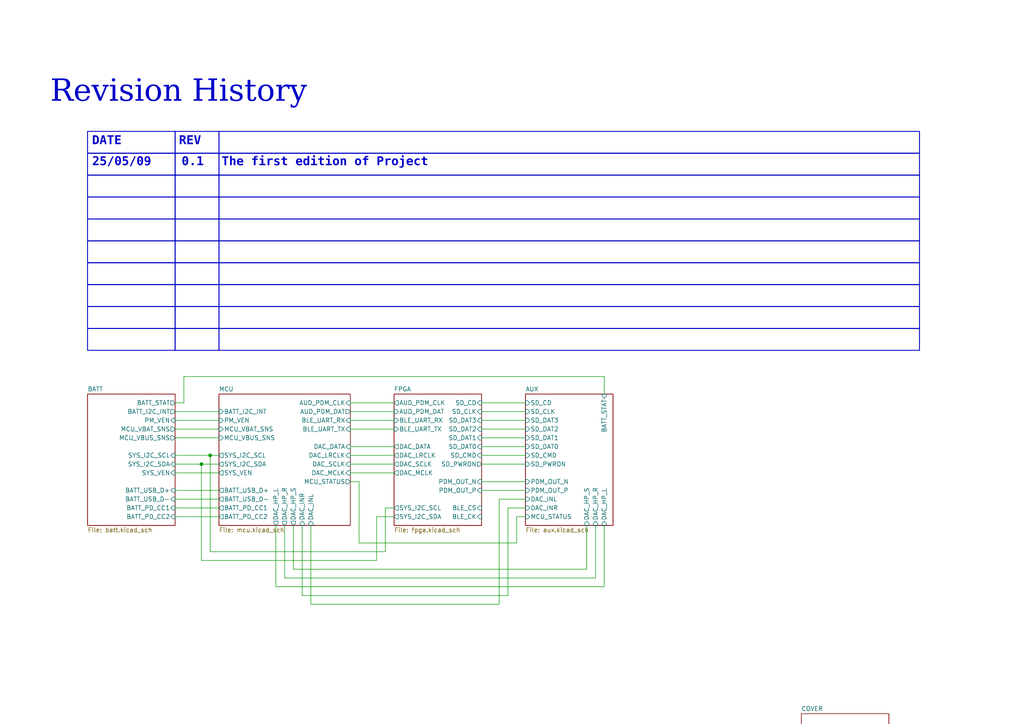
<source format=kicad_sch>
(kicad_sch
	(version 20250114)
	(generator "eeschema")
	(generator_version "9.0")
	(uuid "bfcb769b-e2bf-41b2-bb43-3df9bf38e022")
	(paper "A4")
	(lib_symbols)
	(rectangle
		(start 25.4 63.5)
		(end 50.8 69.85)
		(stroke
			(width 0.254)
			(type default)
		)
		(fill
			(type none)
		)
		(uuid 029f6f9d-fb71-4717-bf07-dfe49053b0fd)
	)
	(rectangle
		(start 25.4 57.15)
		(end 50.8 63.5)
		(stroke
			(width 0.254)
			(type default)
		)
		(fill
			(type none)
		)
		(uuid 073068fa-98c3-428e-9be6-4216d5a7eeb4)
	)
	(rectangle
		(start 25.4 95.25)
		(end 50.8 101.6)
		(stroke
			(width 0.254)
			(type default)
		)
		(fill
			(type none)
		)
		(uuid 1220c930-88f1-4dff-8f53-c1062bd33c5f)
	)
	(rectangle
		(start 25.4 38.1)
		(end 50.8 44.45)
		(stroke
			(width 0.254)
			(type default)
		)
		(fill
			(type none)
		)
		(uuid 2535c7fa-7021-4020-9c63-2956ced020d5)
	)
	(rectangle
		(start 50.8 38.1)
		(end 63.5 44.45)
		(stroke
			(width 0.254)
			(type default)
		)
		(fill
			(type none)
		)
		(uuid 26a4bc3b-5e10-45ba-ad68-9edc427f75aa)
	)
	(rectangle
		(start 50.8 63.5)
		(end 63.5 69.85)
		(stroke
			(width 0.254)
			(type default)
		)
		(fill
			(type none)
		)
		(uuid 365cc5bb-d308-4f65-a680-c48414ad1083)
	)
	(rectangle
		(start 50.8 88.9)
		(end 63.5 95.25)
		(stroke
			(width 0.254)
			(type default)
		)
		(fill
			(type none)
		)
		(uuid 426234ad-6554-4402-96a7-5d08b7b9d014)
	)
	(rectangle
		(start 25.4 88.9)
		(end 50.8 95.25)
		(stroke
			(width 0.254)
			(type default)
		)
		(fill
			(type none)
		)
		(uuid 5af2a8cf-006c-4516-8069-ddec93452167)
	)
	(rectangle
		(start 25.4 82.55)
		(end 50.8 88.9)
		(stroke
			(width 0.254)
			(type default)
		)
		(fill
			(type none)
		)
		(uuid 64bfc125-5ed0-4233-aab3-10a7a0ef621c)
	)
	(rectangle
		(start 50.8 82.55)
		(end 63.5 88.9)
		(stroke
			(width 0.254)
			(type default)
		)
		(fill
			(type none)
		)
		(uuid 70360db3-c1fe-4f29-b2bd-b45ef41d93c4)
	)
	(rectangle
		(start 25.4 76.2)
		(end 50.8 82.55)
		(stroke
			(width 0.254)
			(type default)
		)
		(fill
			(type none)
		)
		(uuid 73d0d0f6-a4e3-4fb9-aae5-35be16df5133)
	)
	(rectangle
		(start 50.8 50.8)
		(end 63.5 57.15)
		(stroke
			(width 0.254)
			(type default)
		)
		(fill
			(type none)
		)
		(uuid 84789a4e-502c-44f1-9f32-b63beeaf0991)
	)
	(rectangle
		(start 50.8 44.45)
		(end 63.5 50.8)
		(stroke
			(width 0.254)
			(type default)
		)
		(fill
			(type none)
		)
		(uuid 98f32815-4e86-4ef0-8286-71e369f188ce)
	)
	(rectangle
		(start 25.4 69.85)
		(end 50.8 76.2)
		(stroke
			(width 0.254)
			(type default)
		)
		(fill
			(type none)
		)
		(uuid b18f441d-b101-4627-8a57-558902bf1a3a)
	)
	(rectangle
		(start 25.4 50.8)
		(end 50.8 57.15)
		(stroke
			(width 0.254)
			(type default)
		)
		(fill
			(type none)
		)
		(uuid cc59ff73-7b86-48f7-9724-b0a064373362)
	)
	(rectangle
		(start 50.8 57.15)
		(end 63.5 63.5)
		(stroke
			(width 0.254)
			(type default)
		)
		(fill
			(type none)
		)
		(uuid d685ab49-30fa-4397-b333-9aed08a32a2e)
	)
	(rectangle
		(start 50.8 69.85)
		(end 63.5 76.2)
		(stroke
			(width 0.254)
			(type default)
		)
		(fill
			(type none)
		)
		(uuid dfc76ae3-adc2-40aa-8f10-00b2bb9e33a8)
	)
	(rectangle
		(start 25.4 44.45)
		(end 50.8 50.8)
		(stroke
			(width 0.254)
			(type default)
		)
		(fill
			(type none)
		)
		(uuid e347b159-9ba3-4a0e-999f-cfe14f42a392)
	)
	(rectangle
		(start 50.8 95.25)
		(end 63.5 101.6)
		(stroke
			(width 0.254)
			(type default)
		)
		(fill
			(type none)
		)
		(uuid ea72affd-cda9-4b00-bcdd-2023fdceba36)
	)
	(rectangle
		(start 50.8 76.2)
		(end 63.5 82.55)
		(stroke
			(width 0.254)
			(type default)
		)
		(fill
			(type none)
		)
		(uuid f991cbcb-329f-4edb-b6e1-2a8d9724e287)
	)
	(text "Revision History"
		(exclude_from_sim no)
		(at 51.816 28.448 0)
		(effects
			(font
				(face "Times New Roman")
				(size 6.35 6.35)
				(italic yes)
			)
		)
		(uuid "1bf374df-5d0b-4ea3-aa97-e505e8dab450")
	)
	(text "REV"
		(exclude_from_sim no)
		(at 55.118 41.656 0)
		(effects
			(font
				(face "Courier New")
				(size 2.54 2.54)
				(thickness 0.254)
				(bold yes)
			)
		)
		(uuid "35b3c28d-d4ff-40d5-908c-51f0cfcf8813")
	)
	(text "0.1"
		(exclude_from_sim no)
		(at 55.88 47.752 0)
		(effects
			(font
				(face "Courier New")
				(size 2.54 2.54)
				(thickness 0.508)
				(bold yes)
			)
		)
		(uuid "6d99e090-9fe6-49cd-843a-f187d7d64632")
	)
	(text "25/05/09"
		(exclude_from_sim no)
		(at 35.306 47.752 0)
		(effects
			(font
				(face "Courier New")
				(size 2.54 2.54)
				(thickness 0.508)
				(bold yes)
			)
		)
		(uuid "83a4e4e9-effe-4437-8186-fd86b07e26d7")
	)
	(text "The first edition of Project"
		(exclude_from_sim no)
		(at 94.234 47.752 0)
		(effects
			(font
				(face "Courier New")
				(size 2.54 2.54)
				(thickness 0.508)
				(bold yes)
			)
		)
		(uuid "86fa4457-741c-4a84-99ca-0aff447e4263")
	)
	(text "DATE"
		(exclude_from_sim no)
		(at 30.988 41.656 0)
		(effects
			(font
				(face "Courier New")
				(size 2.54 2.54)
				(thickness 0.254)
				(bold yes)
			)
		)
		(uuid "9e673af4-560d-4396-98a2-cb23ea37745f")
	)
	(text_box ""
		(exclude_from_sim no)
		(at 63.5 88.9 0)
		(size 203.2 6.35)
		(margins 1.0795 1.0795 1.0795 1.0795)
		(stroke
			(width 0.254)
			(type default)
		)
		(fill
			(type none)
		)
		(effects
			(font
				(size 1.27 1.27)
				(thickness 0.254)
				(bold yes)
			)
			(justify left top)
		)
		(uuid "1963a873-4623-4077-bd18-e1d83d33327f")
	)
	(text_box ""
		(exclude_from_sim no)
		(at 63.5 38.1 0)
		(size 203.2 6.35)
		(margins 1.0795 1.0795 1.0795 1.0795)
		(stroke
			(width 0.254)
			(type default)
		)
		(fill
			(type none)
		)
		(effects
			(font
				(size 1.27 1.27)
				(thickness 0.254)
				(bold yes)
			)
			(justify left top)
		)
		(uuid "3c4369e8-4c30-4ec2-99d7-0b379d7080bf")
	)
	(text_box ""
		(exclude_from_sim no)
		(at 63.5 63.5 0)
		(size 203.2 6.35)
		(margins 1.0795 1.0795 1.0795 1.0795)
		(stroke
			(width 0.254)
			(type default)
		)
		(fill
			(type none)
		)
		(effects
			(font
				(size 1.27 1.27)
				(thickness 0.254)
				(bold yes)
			)
			(justify left top)
		)
		(uuid "3d6c271f-0e13-44fc-b4c5-a6b5cc980378")
	)
	(text_box ""
		(exclude_from_sim no)
		(at 63.5 95.25 0)
		(size 203.2 6.35)
		(margins 1.0795 1.0795 1.0795 1.0795)
		(stroke
			(width 0.254)
			(type default)
		)
		(fill
			(type none)
		)
		(effects
			(font
				(size 1.27 1.27)
				(thickness 0.254)
				(bold yes)
			)
			(justify left top)
		)
		(uuid "3f4218fc-604b-4471-b6c7-26932729531a")
	)
	(text_box ""
		(exclude_from_sim no)
		(at 63.5 57.15 0)
		(size 203.2 6.35)
		(margins 1.0795 1.0795 1.0795 1.0795)
		(stroke
			(width 0.254)
			(type default)
		)
		(fill
			(type none)
		)
		(effects
			(font
				(size 1.27 1.27)
				(thickness 0.254)
				(bold yes)
			)
			(justify left top)
		)
		(uuid "4cf7adfd-e7a6-413b-ab5c-3da7912fdd3a")
	)
	(text_box ""
		(exclude_from_sim no)
		(at 63.5 44.45 0)
		(size 203.2 6.35)
		(margins 1.0795 1.0795 1.0795 1.0795)
		(stroke
			(width 0.254)
			(type default)
		)
		(fill
			(type none)
		)
		(effects
			(font
				(size 1.27 1.27)
				(thickness 0.254)
				(bold yes)
			)
			(justify left top)
		)
		(uuid "57b8d706-480a-4215-9bba-37a85e12893e")
	)
	(text_box ""
		(exclude_from_sim no)
		(at 63.5 76.2 0)
		(size 203.2 6.35)
		(margins 1.0795 1.0795 1.0795 1.0795)
		(stroke
			(width 0.254)
			(type default)
		)
		(fill
			(type none)
		)
		(effects
			(font
				(size 1.27 1.27)
				(thickness 0.254)
				(bold yes)
			)
			(justify left top)
		)
		(uuid "78435504-aa84-4f68-b612-f8aebefe5c91")
	)
	(text_box ""
		(exclude_from_sim no)
		(at 63.5 50.8 0)
		(size 203.2 6.35)
		(margins 1.0795 1.0795 1.0795 1.0795)
		(stroke
			(width 0.254)
			(type default)
		)
		(fill
			(type none)
		)
		(effects
			(font
				(size 1.27 1.27)
				(thickness 0.254)
				(bold yes)
			)
			(justify left top)
		)
		(uuid "8465fd7b-568d-4dac-b69c-f5c7f33d2c3d")
	)
	(text_box ""
		(exclude_from_sim no)
		(at 63.5 82.55 0)
		(size 203.2 6.35)
		(margins 1.0795 1.0795 1.0795 1.0795)
		(stroke
			(width 0.254)
			(type default)
		)
		(fill
			(type none)
		)
		(effects
			(font
				(size 1.27 1.27)
				(thickness 0.254)
				(bold yes)
			)
			(justify left top)
		)
		(uuid "a2278212-2278-4e79-8003-bd164b966b5a")
	)
	(text_box ""
		(exclude_from_sim no)
		(at 63.5 69.85 0)
		(size 203.2 6.35)
		(margins 1.0795 1.0795 1.0795 1.0795)
		(stroke
			(width 0.254)
			(type default)
		)
		(fill
			(type none)
		)
		(effects
			(font
				(size 1.27 1.27)
				(thickness 0.254)
				(bold yes)
			)
			(justify left top)
		)
		(uuid "cd1b35dd-82d3-4304-9c6d-7f14c67bb788")
	)
	(junction
		(at 60.96 132.08)
		(diameter 0)
		(color 0 0 0 0)
		(uuid "49af7e62-6d9f-4860-b18a-b95bb2cb8a18")
	)
	(junction
		(at 58.42 134.62)
		(diameter 0)
		(color 0 0 0 0)
		(uuid "f5589472-4e3d-493e-b8b3-10599e2efc41")
	)
	(wire
		(pts
			(xy 104.14 139.7) (xy 101.6 139.7)
		)
		(stroke
			(width 0)
			(type default)
		)
		(uuid "0b97068d-a6d9-45da-af59-817727fd8217")
	)
	(wire
		(pts
			(xy 101.6 132.08) (xy 114.3 132.08)
		)
		(stroke
			(width 0)
			(type default)
		)
		(uuid "14d3d1b9-c921-41d2-8e99-6c8be3734862")
	)
	(wire
		(pts
			(xy 60.96 132.08) (xy 63.5 132.08)
		)
		(stroke
			(width 0)
			(type default)
		)
		(uuid "177feca1-a970-4ccd-a83c-99c36b709543")
	)
	(wire
		(pts
			(xy 60.96 160.02) (xy 111.76 160.02)
		)
		(stroke
			(width 0)
			(type default)
		)
		(uuid "20f08e80-22c8-42fc-aa40-1dc394406eff")
	)
	(wire
		(pts
			(xy 139.7 121.92) (xy 152.4 121.92)
		)
		(stroke
			(width 0)
			(type default)
		)
		(uuid "257f4083-18f6-4ea6-b247-32466e1952f8")
	)
	(wire
		(pts
			(xy 50.8 149.86) (xy 63.5 149.86)
		)
		(stroke
			(width 0)
			(type default)
		)
		(uuid "272a6e0b-68e4-42f1-bde2-fe064f2162f1")
	)
	(wire
		(pts
			(xy 50.8 132.08) (xy 60.96 132.08)
		)
		(stroke
			(width 0)
			(type default)
		)
		(uuid "2cbd0a97-8589-4a23-8728-5450023bdb3f")
	)
	(wire
		(pts
			(xy 101.6 121.92) (xy 114.3 121.92)
		)
		(stroke
			(width 0)
			(type default)
		)
		(uuid "2f3d7e4a-65a9-4aaf-9364-77dc6e968ce1")
	)
	(wire
		(pts
			(xy 101.6 116.84) (xy 114.3 116.84)
		)
		(stroke
			(width 0)
			(type default)
		)
		(uuid "30143952-57ed-46bb-a45d-a30abbae5b8d")
	)
	(wire
		(pts
			(xy 172.72 152.4) (xy 172.72 167.64)
		)
		(stroke
			(width 0)
			(type default)
		)
		(uuid "35032fde-46e2-49ab-89a3-5bb6638c2d0e")
	)
	(wire
		(pts
			(xy 82.55 167.64) (xy 82.55 152.4)
		)
		(stroke
			(width 0)
			(type default)
		)
		(uuid "383f22fa-c004-4665-9903-811868eb54af")
	)
	(wire
		(pts
			(xy 50.8 137.16) (xy 63.5 137.16)
		)
		(stroke
			(width 0)
			(type default)
		)
		(uuid "3c4ea53b-4635-4bb2-9210-ef3821cb43a2")
	)
	(wire
		(pts
			(xy 101.6 119.38) (xy 114.3 119.38)
		)
		(stroke
			(width 0)
			(type default)
		)
		(uuid "3f624003-8840-426b-8195-09efc0196d8f")
	)
	(wire
		(pts
			(xy 80.01 170.18) (xy 175.26 170.18)
		)
		(stroke
			(width 0)
			(type default)
		)
		(uuid "42620224-0373-46d4-8e7f-e0c4db27ebac")
	)
	(wire
		(pts
			(xy 109.22 149.86) (xy 109.22 162.56)
		)
		(stroke
			(width 0)
			(type default)
		)
		(uuid "455565e9-1df8-48ed-acac-b15272778a62")
	)
	(wire
		(pts
			(xy 172.72 167.64) (xy 82.55 167.64)
		)
		(stroke
			(width 0)
			(type default)
		)
		(uuid "463300d1-1d6c-4b3d-9c71-c1e7f26c2ef7")
	)
	(wire
		(pts
			(xy 50.8 121.92) (xy 63.5 121.92)
		)
		(stroke
			(width 0)
			(type default)
		)
		(uuid "46f5af63-e9e2-4e6b-9d40-bfdfb5045466")
	)
	(wire
		(pts
			(xy 139.7 142.24) (xy 152.4 142.24)
		)
		(stroke
			(width 0)
			(type default)
		)
		(uuid "4b8443e5-6103-441f-95f5-a6f876deda68")
	)
	(wire
		(pts
			(xy 50.8 144.78) (xy 63.5 144.78)
		)
		(stroke
			(width 0)
			(type default)
		)
		(uuid "4c0e47ce-beed-4f0a-b36f-06b51c038f1d")
	)
	(wire
		(pts
			(xy 87.63 152.4) (xy 87.63 172.72)
		)
		(stroke
			(width 0)
			(type default)
		)
		(uuid "4f4138b6-ae34-4579-aa61-5fd913cc6808")
	)
	(wire
		(pts
			(xy 139.7 116.84) (xy 152.4 116.84)
		)
		(stroke
			(width 0)
			(type default)
		)
		(uuid "52773017-110c-4ce7-8063-e0f4fa068067")
	)
	(wire
		(pts
			(xy 147.32 172.72) (xy 147.32 147.32)
		)
		(stroke
			(width 0)
			(type default)
		)
		(uuid "53169517-b633-4a07-9a1e-1dcf0286e3fe")
	)
	(wire
		(pts
			(xy 175.26 152.4) (xy 175.26 170.18)
		)
		(stroke
			(width 0)
			(type default)
		)
		(uuid "61fc0df6-f10c-4b48-9ebe-0d30726f14b9")
	)
	(wire
		(pts
			(xy 53.34 109.22) (xy 175.26 109.22)
		)
		(stroke
			(width 0)
			(type default)
		)
		(uuid "636d5bce-01ce-4cd0-b680-93736961b851")
	)
	(wire
		(pts
			(xy 58.42 162.56) (xy 58.42 134.62)
		)
		(stroke
			(width 0)
			(type default)
		)
		(uuid "66f04e93-75ce-4284-b7b3-a96011be7db9")
	)
	(wire
		(pts
			(xy 139.7 127) (xy 152.4 127)
		)
		(stroke
			(width 0)
			(type default)
		)
		(uuid "6b44132b-a54a-4a9c-b6ea-a024b5113197")
	)
	(wire
		(pts
			(xy 101.6 124.46) (xy 114.3 124.46)
		)
		(stroke
			(width 0)
			(type default)
		)
		(uuid "6fcd9891-375a-4227-8cab-872b4a370e45")
	)
	(wire
		(pts
			(xy 170.18 152.4) (xy 170.18 165.1)
		)
		(stroke
			(width 0)
			(type default)
		)
		(uuid "79c1f9d4-c7cc-4d6a-a2a9-f34995957e3d")
	)
	(wire
		(pts
			(xy 114.3 149.86) (xy 109.22 149.86)
		)
		(stroke
			(width 0)
			(type default)
		)
		(uuid "7d6ff805-26cc-4881-81d8-668b5d0b1210")
	)
	(wire
		(pts
			(xy 111.76 147.32) (xy 114.3 147.32)
		)
		(stroke
			(width 0)
			(type default)
		)
		(uuid "7fc2dbb8-bdfe-41e0-aaf9-0a88c2bd671e")
	)
	(wire
		(pts
			(xy 101.6 137.16) (xy 114.3 137.16)
		)
		(stroke
			(width 0)
			(type default)
		)
		(uuid "82d1408d-d072-402e-a631-ac5f720876ff")
	)
	(wire
		(pts
			(xy 85.09 152.4) (xy 85.09 165.1)
		)
		(stroke
			(width 0)
			(type default)
		)
		(uuid "84652d01-e455-4304-8fd8-c7efb23ced9c")
	)
	(wire
		(pts
			(xy 152.4 149.86) (xy 149.86 149.86)
		)
		(stroke
			(width 0)
			(type default)
		)
		(uuid "868f6425-1b33-443a-a2a9-509d95dac415")
	)
	(wire
		(pts
			(xy 58.42 134.62) (xy 63.5 134.62)
		)
		(stroke
			(width 0)
			(type default)
		)
		(uuid "87bd7b47-006b-4d8b-bf25-506dcbf76484")
	)
	(wire
		(pts
			(xy 111.76 160.02) (xy 111.76 147.32)
		)
		(stroke
			(width 0)
			(type default)
		)
		(uuid "8cab7e6b-5aa0-4630-b241-4a70c59ce46e")
	)
	(wire
		(pts
			(xy 53.34 116.84) (xy 53.34 109.22)
		)
		(stroke
			(width 0)
			(type default)
		)
		(uuid "8e3f2880-b04f-46a5-bbaa-ed2fd2e07cbd")
	)
	(wire
		(pts
			(xy 139.7 132.08) (xy 152.4 132.08)
		)
		(stroke
			(width 0)
			(type default)
		)
		(uuid "93727921-8abe-4712-be58-79343f181617")
	)
	(wire
		(pts
			(xy 152.4 144.78) (xy 144.78 144.78)
		)
		(stroke
			(width 0)
			(type default)
		)
		(uuid "96ef0dce-11e3-40b4-9633-3b1404af1ec4")
	)
	(wire
		(pts
			(xy 144.78 144.78) (xy 144.78 175.26)
		)
		(stroke
			(width 0)
			(type default)
		)
		(uuid "99b7cfd9-ec04-4830-9620-8e8c4cb7430f")
	)
	(wire
		(pts
			(xy 147.32 147.32) (xy 152.4 147.32)
		)
		(stroke
			(width 0)
			(type default)
		)
		(uuid "9b57b766-4074-4ebc-bec6-81b1da670cbd")
	)
	(wire
		(pts
			(xy 50.8 127) (xy 63.5 127)
		)
		(stroke
			(width 0)
			(type default)
		)
		(uuid "9e44ffc6-ddec-4027-8346-d82f7354c570")
	)
	(wire
		(pts
			(xy 85.09 165.1) (xy 170.18 165.1)
		)
		(stroke
			(width 0)
			(type default)
		)
		(uuid "a63369bf-afcb-482b-ba22-b27d0e7bc0d0")
	)
	(wire
		(pts
			(xy 50.8 116.84) (xy 53.34 116.84)
		)
		(stroke
			(width 0)
			(type default)
		)
		(uuid "a7362ce5-4c75-4cee-96da-7e067a0cd925")
	)
	(wire
		(pts
			(xy 50.8 142.24) (xy 63.5 142.24)
		)
		(stroke
			(width 0)
			(type default)
		)
		(uuid "ad96a467-e036-4c37-ba90-76a5d1c1862c")
	)
	(wire
		(pts
			(xy 149.86 157.48) (xy 104.14 157.48)
		)
		(stroke
			(width 0)
			(type default)
		)
		(uuid "aebe4270-87b8-473d-a0a2-c13ffec35bdf")
	)
	(wire
		(pts
			(xy 104.14 157.48) (xy 104.14 139.7)
		)
		(stroke
			(width 0)
			(type default)
		)
		(uuid "b2273651-53ce-45b6-a911-09ad03853144")
	)
	(wire
		(pts
			(xy 87.63 172.72) (xy 147.32 172.72)
		)
		(stroke
			(width 0)
			(type default)
		)
		(uuid "b7bea1b3-987a-4e29-b38b-2245d6bae468")
	)
	(wire
		(pts
			(xy 175.26 109.22) (xy 175.26 114.3)
		)
		(stroke
			(width 0)
			(type default)
		)
		(uuid "b87a5f55-0570-4341-bd43-1b3aec2f6e42")
	)
	(wire
		(pts
			(xy 50.8 124.46) (xy 63.5 124.46)
		)
		(stroke
			(width 0)
			(type default)
		)
		(uuid "b8d61e86-10af-4803-a57f-16d9b5b3dde4")
	)
	(wire
		(pts
			(xy 101.6 134.62) (xy 114.3 134.62)
		)
		(stroke
			(width 0)
			(type default)
		)
		(uuid "bf140a75-4e51-484b-8b81-ca35f0ccc4e6")
	)
	(wire
		(pts
			(xy 109.22 162.56) (xy 58.42 162.56)
		)
		(stroke
			(width 0)
			(type default)
		)
		(uuid "c04aff44-0ffb-44f1-b7fb-82cf3b738a92")
	)
	(wire
		(pts
			(xy 90.17 175.26) (xy 90.17 152.4)
		)
		(stroke
			(width 0)
			(type default)
		)
		(uuid "cc5a9d39-faf6-4eb4-add1-30cc5f584b96")
	)
	(wire
		(pts
			(xy 50.8 147.32) (xy 63.5 147.32)
		)
		(stroke
			(width 0)
			(type default)
		)
		(uuid "cc7bf9e7-de46-4804-83ba-216b9bdccf4d")
	)
	(wire
		(pts
			(xy 80.01 152.4) (xy 80.01 170.18)
		)
		(stroke
			(width 0)
			(type default)
		)
		(uuid "ccc56d61-7ab7-4d79-afc6-34f2c7a9b5ac")
	)
	(wire
		(pts
			(xy 149.86 149.86) (xy 149.86 157.48)
		)
		(stroke
			(width 0)
			(type default)
		)
		(uuid "ce3f0740-2560-4864-9765-215806ae226b")
	)
	(wire
		(pts
			(xy 139.7 119.38) (xy 152.4 119.38)
		)
		(stroke
			(width 0)
			(type default)
		)
		(uuid "d266226f-36eb-40d8-ad5e-305c6643d148")
	)
	(wire
		(pts
			(xy 139.7 124.46) (xy 152.4 124.46)
		)
		(stroke
			(width 0)
			(type default)
		)
		(uuid "d407512a-0b1f-44f7-85c6-81b955f97bc5")
	)
	(wire
		(pts
			(xy 144.78 175.26) (xy 90.17 175.26)
		)
		(stroke
			(width 0)
			(type default)
		)
		(uuid "d4549f26-ea66-4c7f-bd2f-262b50f55477")
	)
	(wire
		(pts
			(xy 50.8 119.38) (xy 63.5 119.38)
		)
		(stroke
			(width 0)
			(type default)
		)
		(uuid "d6f9d8e2-78b8-4b6e-b1d9-616683900f26")
	)
	(wire
		(pts
			(xy 60.96 132.08) (xy 60.96 160.02)
		)
		(stroke
			(width 0)
			(type default)
		)
		(uuid "d92069b4-a3a3-4443-85cc-f6d74c8b30ab")
	)
	(wire
		(pts
			(xy 139.7 134.62) (xy 152.4 134.62)
		)
		(stroke
			(width 0)
			(type default)
		)
		(uuid "e6f7fc1a-bdcb-444e-a492-2c8851c15960")
	)
	(wire
		(pts
			(xy 139.7 139.7) (xy 152.4 139.7)
		)
		(stroke
			(width 0)
			(type default)
		)
		(uuid "e70f7c59-138e-4923-9568-8efd1d9600da")
	)
	(wire
		(pts
			(xy 139.7 129.54) (xy 152.4 129.54)
		)
		(stroke
			(width 0)
			(type default)
		)
		(uuid "eac2fe87-53de-491a-b4b6-5850909dfc21")
	)
	(wire
		(pts
			(xy 50.8 134.62) (xy 58.42 134.62)
		)
		(stroke
			(width 0)
			(type default)
		)
		(uuid "f3658bc3-43c2-42c8-9e40-171eb98c2cbc")
	)
	(wire
		(pts
			(xy 101.6 129.54) (xy 114.3 129.54)
		)
		(stroke
			(width 0)
			(type default)
		)
		(uuid "fc61280c-8ee7-4f3e-8a47-bd46756b4758")
	)
	(sheet
		(at 232.41 232.41)
		(size 25.4 12.7)
		(exclude_from_sim no)
		(in_bom yes)
		(on_board yes)
		(dnp no)
		(fields_autoplaced yes)
		(stroke
			(width 0.1524)
			(type solid)
		)
		(fill
			(color 0 0 0 0.0000)
		)
		(uuid "0c6533a4-fd1c-4f8f-a18f-8fb69ac14e0b")
		(property "Sheetname" "DIAGRAM"
			(at 232.41 231.6984 0)
			(effects
				(font
					(size 1.27 1.27)
				)
				(justify left bottom)
			)
		)
		(property "Sheetfile" "diagram.kicad_sch"
			(at 232.41 245.6946 0)
			(effects
				(font
					(size 1.27 1.27)
				)
				(justify left top)
			)
		)
		(instances
			(project "audio_lab"
				(path "/bfcb769b-e2bf-41b2-bb43-3df9bf38e022"
					(page "3")
				)
			)
		)
	)
	(sheet
		(at 114.3 114.3)
		(size 25.4 38.1)
		(exclude_from_sim no)
		(in_bom yes)
		(on_board yes)
		(dnp no)
		(fields_autoplaced yes)
		(stroke
			(width 0.1524)
			(type solid)
		)
		(fill
			(color 0 0 0 0.0000)
		)
		(uuid "231c69f3-ecb1-49a0-9ff9-c4badcade13f")
		(property "Sheetname" "FPGA"
			(at 114.3 113.5884 0)
			(effects
				(font
					(size 1.27 1.27)
				)
				(justify left bottom)
			)
		)
		(property "Sheetfile" "fpga.kicad_sch"
			(at 114.3 152.9846 0)
			(effects
				(font
					(size 1.27 1.27)
				)
				(justify left top)
			)
		)
		(pin "AUD_PDM_CLK" output
			(at 114.3 116.84 180)
			(uuid "d951ef2f-b00f-40c0-949d-7d62a8794db6")
			(effects
				(font
					(size 1.27 1.27)
				)
				(justify left)
			)
		)
		(pin "AUD_PDM_DAT" input
			(at 114.3 119.38 180)
			(uuid "1e6143e8-b948-4048-8a02-6bc710b6a7b9")
			(effects
				(font
					(size 1.27 1.27)
				)
				(justify left)
			)
		)
		(pin "DAC_DATA" output
			(at 114.3 129.54 180)
			(uuid "b55b10a6-e0f5-47d2-b3f1-a5a2c73f0238")
			(effects
				(font
					(size 1.27 1.27)
				)
				(justify left)
			)
		)
		(pin "DAC_LRCLK" output
			(at 114.3 132.08 180)
			(uuid "d92067ae-e720-47a2-a3a5-4753f0e40768")
			(effects
				(font
					(size 1.27 1.27)
				)
				(justify left)
			)
		)
		(pin "DAC_MCLK" output
			(at 114.3 137.16 180)
			(uuid "d0b1d3c1-1d62-485c-a8f9-01b174c3bba7")
			(effects
				(font
					(size 1.27 1.27)
				)
				(justify left)
			)
		)
		(pin "DAC_SCLK" output
			(at 114.3 134.62 180)
			(uuid "4584d81f-840b-44ca-b3ee-4e3152e08846")
			(effects
				(font
					(size 1.27 1.27)
				)
				(justify left)
			)
		)
		(pin "SD_CD" input
			(at 139.7 116.84 0)
			(uuid "bbb89506-5a87-4d52-83d9-718dccc3254e")
			(effects
				(font
					(size 1.27 1.27)
				)
				(justify right)
			)
		)
		(pin "SD_CLK" input
			(at 139.7 119.38 0)
			(uuid "2c4fe744-9632-4245-8aa1-9cf8603649c6")
			(effects
				(font
					(size 1.27 1.27)
				)
				(justify right)
			)
		)
		(pin "SD_CMD" input
			(at 139.7 132.08 0)
			(uuid "7fa48b22-7216-4521-a2d2-0a06ae81fc9f")
			(effects
				(font
					(size 1.27 1.27)
				)
				(justify right)
			)
		)
		(pin "SD_DAT0" input
			(at 139.7 129.54 0)
			(uuid "0d8d8295-a798-4bf0-987d-953f86245827")
			(effects
				(font
					(size 1.27 1.27)
				)
				(justify right)
			)
		)
		(pin "SD_DAT1" input
			(at 139.7 127 0)
			(uuid "0ba97921-d906-4c4f-8835-e97ff8971c74")
			(effects
				(font
					(size 1.27 1.27)
				)
				(justify right)
			)
		)
		(pin "SD_DAT2" input
			(at 139.7 124.46 0)
			(uuid "d721994a-0ed6-435e-8cb2-31deec2f4581")
			(effects
				(font
					(size 1.27 1.27)
				)
				(justify right)
			)
		)
		(pin "SD_DAT3" input
			(at 139.7 121.92 0)
			(uuid "5c1c04a7-477b-4c9c-b616-5a3d1861ea36")
			(effects
				(font
					(size 1.27 1.27)
				)
				(justify right)
			)
		)
		(pin "SD_PWRON" output
			(at 139.7 134.62 0)
			(uuid "f38dd2c4-02ae-42f1-8416-e340d4fa49fc")
			(effects
				(font
					(size 1.27 1.27)
				)
				(justify right)
			)
		)
		(pin "SYS_I2C_SCL" output
			(at 114.3 147.32 180)
			(uuid "273741eb-f12d-4fd5-bd68-d5a6d7acca2e")
			(effects
				(font
					(size 1.27 1.27)
				)
				(justify left)
			)
		)
		(pin "SYS_I2C_SDA" output
			(at 114.3 149.86 180)
			(uuid "6fffb830-501e-413f-8283-37a5d9a77902")
			(effects
				(font
					(size 1.27 1.27)
				)
				(justify left)
			)
		)
		(pin "PDM_OUT_N" input
			(at 139.7 139.7 0)
			(uuid "f5a6f4fb-0b39-41b7-bc3e-38f0ed55b63c")
			(effects
				(font
					(size 1.27 1.27)
				)
				(justify right)
			)
		)
		(pin "PDM_OUT_P" input
			(at 139.7 142.24 0)
			(uuid "807f1253-1c76-432f-a82f-c35d811acc53")
			(effects
				(font
					(size 1.27 1.27)
				)
				(justify right)
			)
		)
		(pin "BLE_CK" input
			(at 139.7 149.86 0)
			(uuid "77dc5798-0831-4583-8b35-39d97f508e48")
			(effects
				(font
					(size 1.27 1.27)
				)
				(justify right)
			)
		)
		(pin "BLE_CS" input
			(at 139.7 147.32 0)
			(uuid "03669551-d2a8-4f9f-9180-505f7385f80c")
			(effects
				(font
					(size 1.27 1.27)
				)
				(justify right)
			)
		)
		(pin "BLE_UART_RX" input
			(at 114.3 121.92 180)
			(uuid "bf47e9e7-f850-40c9-b2d8-c1e7d506d58f")
			(effects
				(font
					(size 1.27 1.27)
				)
				(justify left)
			)
		)
		(pin "BLE_UART_TX" input
			(at 114.3 124.46 180)
			(uuid "82a4ddb8-5c96-4d72-ad4f-c1fa1bd6d002")
			(effects
				(font
					(size 1.27 1.27)
				)
				(justify left)
			)
		)
		(instances
			(project "audio_lab"
				(path "/bfcb769b-e2bf-41b2-bb43-3df9bf38e022"
					(page "6")
				)
			)
		)
	)
	(sheet
		(at 152.4 114.3)
		(size 25.4 38.1)
		(exclude_from_sim no)
		(in_bom yes)
		(on_board yes)
		(dnp no)
		(fields_autoplaced yes)
		(stroke
			(width 0.1524)
			(type solid)
		)
		(fill
			(color 0 0 0 0.0000)
		)
		(uuid "490db54d-9d25-4d41-aca6-89f1c07c4302")
		(property "Sheetname" "AUX"
			(at 152.4 113.5884 0)
			(effects
				(font
					(size 1.27 1.27)
				)
				(justify left bottom)
			)
		)
		(property "Sheetfile" "aux.kicad_sch"
			(at 152.4 152.9846 0)
			(effects
				(font
					(size 1.27 1.27)
				)
				(justify left top)
			)
		)
		(property "Field2" ""
			(at 152.4 114.3 0)
			(effects
				(font
					(size 1.27 1.27)
				)
			)
		)
		(pin "BATT_STAT" input
			(at 175.26 114.3 90)
			(uuid "3b4793af-dad5-4ada-9b9f-e9528c62d13c")
			(effects
				(font
					(size 1.27 1.27)
				)
				(justify right)
			)
		)
		(pin "DAC_HP_L" input
			(at 175.26 152.4 270)
			(uuid "9408e0d2-072f-482e-96ab-3168a7666bcf")
			(effects
				(font
					(size 1.27 1.27)
				)
				(justify left)
			)
		)
		(pin "DAC_HP_R" input
			(at 172.72 152.4 270)
			(uuid "6ba10140-3356-410a-8e30-2150af1f9361")
			(effects
				(font
					(size 1.27 1.27)
				)
				(justify left)
			)
		)
		(pin "DAC_HP_S" input
			(at 170.18 152.4 270)
			(uuid "2736111c-2699-491b-ba64-fdabb5b6ca80")
			(effects
				(font
					(size 1.27 1.27)
				)
				(justify left)
			)
		)
		(pin "MCU_STATUS" input
			(at 152.4 149.86 180)
			(uuid "33203146-5380-4331-ac20-786b4b90cc46")
			(effects
				(font
					(size 1.27 1.27)
				)
				(justify left)
			)
		)
		(pin "PDM_OUT_N" input
			(at 152.4 139.7 180)
			(uuid "e7a3985c-3287-4653-8d4b-ef9e2de2cdd3")
			(effects
				(font
					(size 1.27 1.27)
				)
				(justify left)
			)
		)
		(pin "PDM_OUT_P" input
			(at 152.4 142.24 180)
			(uuid "e6dbba3f-7dbf-48a3-95e0-20eb9ae73f99")
			(effects
				(font
					(size 1.27 1.27)
				)
				(justify left)
			)
		)
		(pin "SD_CD" input
			(at 152.4 116.84 180)
			(uuid "3f7a4398-d2e0-4b37-bbea-6861b5e0da82")
			(effects
				(font
					(size 1.27 1.27)
				)
				(justify left)
			)
		)
		(pin "SD_CLK" input
			(at 152.4 119.38 180)
			(uuid "0deeb80c-d0eb-4f3d-b1f6-69e0de595226")
			(effects
				(font
					(size 1.27 1.27)
				)
				(justify left)
			)
		)
		(pin "SD_DAT0" input
			(at 152.4 129.54 180)
			(uuid "61660308-1f8b-46ef-9026-3119b4236891")
			(effects
				(font
					(size 1.27 1.27)
				)
				(justify left)
			)
		)
		(pin "SD_DAT1" input
			(at 152.4 127 180)
			(uuid "18eb868c-5ba4-436d-8173-0c3dbbe2bd1b")
			(effects
				(font
					(size 1.27 1.27)
				)
				(justify left)
			)
		)
		(pin "SD_DAT2" input
			(at 152.4 124.46 180)
			(uuid "df04103e-7680-412a-a7fb-73e9a95b459e")
			(effects
				(font
					(size 1.27 1.27)
				)
				(justify left)
			)
		)
		(pin "SD_DAT3" input
			(at 152.4 121.92 180)
			(uuid "b0a1e0d9-33ec-47e8-8500-efd533a110e3")
			(effects
				(font
					(size 1.27 1.27)
				)
				(justify left)
			)
		)
		(pin "SD_CMD" input
			(at 152.4 132.08 180)
			(uuid "cd89f3d0-0e51-4817-b806-553e6d436ba2")
			(effects
				(font
					(size 1.27 1.27)
				)
				(justify left)
			)
		)
		(pin "SD_PWRON" input
			(at 152.4 134.62 180)
			(uuid "cc00b097-b156-4bec-8418-655567cf51df")
			(effects
				(font
					(size 1.27 1.27)
				)
				(justify left)
			)
		)
		(pin "DAC_INL" input
			(at 152.4 144.78 180)
			(uuid "3c19468c-cce9-41dd-85c3-f819c7be6904")
			(effects
				(font
					(size 1.27 1.27)
				)
				(justify left)
			)
		)
		(pin "DAC_INR" input
			(at 152.4 147.32 180)
			(uuid "f9b2f723-974f-40e3-b748-b692fcdc2577")
			(effects
				(font
					(size 1.27 1.27)
				)
				(justify left)
			)
		)
		(instances
			(project "audio_lab"
				(path "/bfcb769b-e2bf-41b2-bb43-3df9bf38e022"
					(page "7")
				)
			)
		)
	)
	(sheet
		(at 63.5 114.3)
		(size 38.1 38.1)
		(exclude_from_sim no)
		(in_bom yes)
		(on_board yes)
		(dnp no)
		(fields_autoplaced yes)
		(stroke
			(width 0.1524)
			(type solid)
		)
		(fill
			(color 0 0 0 0.0000)
		)
		(uuid "7adf8282-1f39-418e-b427-13c48b77e882")
		(property "Sheetname" "MCU"
			(at 63.5 113.5884 0)
			(effects
				(font
					(size 1.27 1.27)
				)
				(justify left bottom)
			)
		)
		(property "Sheetfile" "mcu.kicad_sch"
			(at 63.5 152.9846 0)
			(effects
				(font
					(size 1.27 1.27)
				)
				(justify left top)
			)
		)
		(pin "AUD_PDM_CLK" input
			(at 101.6 116.84 0)
			(uuid "73363480-6e9f-452d-a89e-17a0074a460b")
			(effects
				(font
					(size 1.27 1.27)
				)
				(justify right)
			)
		)
		(pin "AUD_PDM_DAT" output
			(at 101.6 119.38 0)
			(uuid "42d1c6bf-3159-48df-aeec-f6c9edceb94a")
			(effects
				(font
					(size 1.27 1.27)
				)
				(justify right)
			)
		)
		(pin "BATT_I2C_INT" input
			(at 63.5 119.38 180)
			(uuid "1832c8f8-2dff-447c-8d9b-c17039c5b836")
			(effects
				(font
					(size 1.27 1.27)
				)
				(justify left)
			)
		)
		(pin "BATT_PD_CC1" output
			(at 63.5 147.32 180)
			(uuid "558d7ae5-aa5a-452a-996a-9caf062fdef3")
			(effects
				(font
					(size 1.27 1.27)
				)
				(justify left)
			)
		)
		(pin "BATT_PD_CC2" output
			(at 63.5 149.86 180)
			(uuid "cd59685a-6e38-4c1a-ba4b-58a075a0d057")
			(effects
				(font
					(size 1.27 1.27)
				)
				(justify left)
			)
		)
		(pin "BATT_USB_D+" output
			(at 63.5 142.24 180)
			(uuid "2bfb5482-521e-43c5-8f53-06044e946b3e")
			(effects
				(font
					(size 1.27 1.27)
				)
				(justify left)
			)
		)
		(pin "BATT_USB_D-" output
			(at 63.5 144.78 180)
			(uuid "748bf8d3-53aa-4328-958c-cac1547f48e0")
			(effects
				(font
					(size 1.27 1.27)
				)
				(justify left)
			)
		)
		(pin "BLE_UART_RX" input
			(at 101.6 121.92 0)
			(uuid "acfd3be2-e5c6-4184-ae63-c5a24dd027ad")
			(effects
				(font
					(size 1.27 1.27)
				)
				(justify right)
			)
		)
		(pin "BLE_UART_TX" input
			(at 101.6 124.46 0)
			(uuid "efb7d75e-ffc4-4a29-9ab7-b0a6759dfec4")
			(effects
				(font
					(size 1.27 1.27)
				)
				(justify right)
			)
		)
		(pin "DAC_DATA" input
			(at 101.6 129.54 0)
			(uuid "3de5f564-f399-48f9-807f-0099a5970249")
			(effects
				(font
					(size 1.27 1.27)
				)
				(justify right)
			)
		)
		(pin "DAC_LRCLK" input
			(at 101.6 132.08 0)
			(uuid "e0ecb306-5052-4c74-a5c0-3b8cc4cb42e1")
			(effects
				(font
					(size 1.27 1.27)
				)
				(justify right)
			)
		)
		(pin "DAC_MCLK" input
			(at 101.6 137.16 0)
			(uuid "fe1c5821-b687-4930-8d81-6d6b5b00aa98")
			(effects
				(font
					(size 1.27 1.27)
				)
				(justify right)
			)
		)
		(pin "DAC_SCLK" input
			(at 101.6 134.62 0)
			(uuid "b82789ea-005d-44a9-b88c-a9cc44eb4801")
			(effects
				(font
					(size 1.27 1.27)
				)
				(justify right)
			)
		)
		(pin "MCU_STATUS" output
			(at 101.6 139.7 0)
			(uuid "7eb1c08e-c2e5-49fd-8520-b30456164563")
			(effects
				(font
					(size 1.27 1.27)
				)
				(justify right)
			)
		)
		(pin "MCU_VBAT_SNS" input
			(at 63.5 124.46 180)
			(uuid "7774f52e-e5d2-42ba-9de4-6c2e80ecc94a")
			(effects
				(font
					(size 1.27 1.27)
				)
				(justify left)
			)
		)
		(pin "MCU_VBUS_SNS" input
			(at 63.5 127 180)
			(uuid "7faa1aee-754a-4e26-b895-953633ed21fe")
			(effects
				(font
					(size 1.27 1.27)
				)
				(justify left)
			)
		)
		(pin "SYS_I2C_SCL" output
			(at 63.5 132.08 180)
			(uuid "a2cdea05-b4f8-4e98-b33c-7ecea70b45cc")
			(effects
				(font
					(size 1.27 1.27)
				)
				(justify left)
			)
		)
		(pin "SYS_I2C_SDA" output
			(at 63.5 134.62 180)
			(uuid "3bbaa2c3-bf43-4916-a94e-7117790ac0bb")
			(effects
				(font
					(size 1.27 1.27)
				)
				(justify left)
			)
		)
		(pin "DAC_HP_L" output
			(at 80.01 152.4 270)
			(uuid "18308323-2ba5-46b0-b32e-1c52a76abccd")
			(effects
				(font
					(size 1.27 1.27)
				)
				(justify left)
			)
		)
		(pin "DAC_HP_R" output
			(at 82.55 152.4 270)
			(uuid "a3f36433-9521-47c1-a7e4-d96562b1f427")
			(effects
				(font
					(size 1.27 1.27)
				)
				(justify left)
			)
		)
		(pin "DAC_HP_S" output
			(at 85.09 152.4 270)
			(uuid "781aca04-7201-48b5-aeb8-976acfaf5de9")
			(effects
				(font
					(size 1.27 1.27)
				)
				(justify left)
			)
		)
		(pin "SYS_VEN" output
			(at 63.5 137.16 180)
			(uuid "f00559a3-089a-4866-82c8-d4497b1da215")
			(effects
				(font
					(size 1.27 1.27)
				)
				(justify left)
			)
		)
		(pin "PM_VEN" input
			(at 63.5 121.92 180)
			(uuid "51a87e0f-abb4-4280-b197-dc8ad74d92f8")
			(effects
				(font
					(size 1.27 1.27)
				)
				(justify left)
			)
		)
		(pin "DAC_INL" input
			(at 90.17 152.4 270)
			(uuid "11f09cc4-26ca-461b-bb48-7bc382e82cd0")
			(effects
				(font
					(size 1.27 1.27)
				)
				(justify left)
			)
		)
		(pin "DAC_INR" input
			(at 87.63 152.4 270)
			(uuid "73363ac8-c455-49b7-afbc-1ac7ef2e8b20")
			(effects
				(font
					(size 1.27 1.27)
				)
				(justify left)
			)
		)
		(instances
			(project "audio_lab"
				(path "/bfcb769b-e2bf-41b2-bb43-3df9bf38e022"
					(page "5")
				)
			)
		)
	)
	(sheet
		(at 25.4 114.3)
		(size 25.4 38.1)
		(exclude_from_sim no)
		(in_bom yes)
		(on_board yes)
		(dnp no)
		(fields_autoplaced yes)
		(stroke
			(width 0.1524)
			(type solid)
		)
		(fill
			(color 0 0 0 0.0000)
		)
		(uuid "7f1b0730-9b4b-4b16-8abf-b1ff05eb9701")
		(property "Sheetname" "BATT"
			(at 25.4 113.5884 0)
			(effects
				(font
					(size 1.27 1.27)
				)
				(justify left bottom)
			)
		)
		(property "Sheetfile" "batt.kicad_sch"
			(at 25.4 152.9846 0)
			(effects
				(font
					(size 1.27 1.27)
				)
				(justify left top)
			)
		)
		(pin "BATT_I2C_INT" output
			(at 50.8 119.38 0)
			(uuid "017846f3-31a2-45b8-8a49-fac5fef28bd2")
			(effects
				(font
					(size 1.27 1.27)
				)
				(justify right)
			)
		)
		(pin "BATT_PD_CC1" input
			(at 50.8 147.32 0)
			(uuid "d0724b1e-3a28-4037-a1bb-06b2c9b9d1bc")
			(effects
				(font
					(size 1.27 1.27)
				)
				(justify right)
			)
		)
		(pin "BATT_PD_CC2" input
			(at 50.8 149.86 0)
			(uuid "651724cf-cd10-4903-8f04-b73e0ee2a6cb")
			(effects
				(font
					(size 1.27 1.27)
				)
				(justify right)
			)
		)
		(pin "BATT_STAT" output
			(at 50.8 116.84 0)
			(uuid "f8afb67c-4586-489d-a0ac-075d9234b75d")
			(effects
				(font
					(size 1.27 1.27)
				)
				(justify right)
			)
		)
		(pin "BATT_USB_D+" input
			(at 50.8 142.24 0)
			(uuid "cb43fe65-ad63-4b26-9188-64a99f916cbf")
			(effects
				(font
					(size 1.27 1.27)
				)
				(justify right)
			)
		)
		(pin "BATT_USB_D-" input
			(at 50.8 144.78 0)
			(uuid "112695b1-8a1e-4ab9-ab7d-a3ab9f30352c")
			(effects
				(font
					(size 1.27 1.27)
				)
				(justify right)
			)
		)
		(pin "MCU_VBAT_SNS" output
			(at 50.8 124.46 0)
			(uuid "7dcfc152-939a-4b16-80f8-ea8734ead96f")
			(effects
				(font
					(size 1.27 1.27)
				)
				(justify right)
			)
		)
		(pin "MCU_VBUS_SNS" output
			(at 50.8 127 0)
			(uuid "412e67fd-a4a2-4a81-ae26-55f90daa7b07")
			(effects
				(font
					(size 1.27 1.27)
				)
				(justify right)
			)
		)
		(pin "SYS_I2C_SCL" input
			(at 50.8 132.08 0)
			(uuid "b38d6ce5-52c0-4f68-bd79-807aa90cfc57")
			(effects
				(font
					(size 1.27 1.27)
				)
				(justify right)
			)
		)
		(pin "SYS_I2C_SDA" input
			(at 50.8 134.62 0)
			(uuid "e566f787-2103-4cab-bc7a-2fe964d50634")
			(effects
				(font
					(size 1.27 1.27)
				)
				(justify right)
			)
		)
		(pin "SYS_VEN" input
			(at 50.8 137.16 0)
			(uuid "bad2e2bb-9118-4ac1-b5cd-218e8e32f306")
			(effects
				(font
					(size 1.27 1.27)
				)
				(justify right)
			)
		)
		(pin "PM_VEN" input
			(at 50.8 121.92 0)
			(uuid "75c70298-708f-467d-aa42-86525d0065c7")
			(effects
				(font
					(size 1.27 1.27)
				)
				(justify right)
			)
		)
		(instances
			(project "audio_lab"
				(path "/bfcb769b-e2bf-41b2-bb43-3df9bf38e022"
					(page "4")
				)
			)
		)
	)
	(sheet
		(at 232.41 207.01)
		(size 25.4 12.7)
		(exclude_from_sim no)
		(in_bom yes)
		(on_board yes)
		(dnp no)
		(fields_autoplaced yes)
		(stroke
			(width 0.1524)
			(type solid)
		)
		(fill
			(color 0 0 0 0.0000)
		)
		(uuid "ca0bd6a1-3727-4914-989d-18a2b1596359")
		(property "Sheetname" "COVER"
			(at 232.41 206.2984 0)
			(effects
				(font
					(size 1.27 1.27)
				)
				(justify left bottom)
			)
		)
		(property "Sheetfile" "cover.kicad_sch"
			(at 232.41 220.2946 0)
			(effects
				(font
					(size 1.27 1.27)
				)
				(justify left top)
			)
		)
		(instances
			(project "audio_lab"
				(path "/bfcb769b-e2bf-41b2-bb43-3df9bf38e022"
					(page "1")
				)
			)
		)
	)
	(sheet
		(at 232.41 257.81)
		(size 25.4 12.7)
		(exclude_from_sim no)
		(in_bom yes)
		(on_board yes)
		(dnp no)
		(fields_autoplaced yes)
		(stroke
			(width 0.1524)
			(type solid)
		)
		(fill
			(color 0 0 0 0.0000)
		)
		(uuid "ceaddcab-198e-4494-97bf-3e0b4558a592")
		(property "Sheetname" "IO"
			(at 232.41 257.0984 0)
			(effects
				(font
					(size 1.27 1.27)
				)
				(justify left bottom)
			)
		)
		(property "Sheetfile" "io.kicad_sch"
			(at 232.41 271.0946 0)
			(effects
				(font
					(size 1.27 1.27)
				)
				(justify left top)
			)
		)
		(instances
			(project "audio_lab"
				(path "/bfcb769b-e2bf-41b2-bb43-3df9bf38e022"
					(page "8")
				)
			)
		)
	)
	(sheet_instances
		(path "/"
			(page "2")
		)
	)
	(embedded_fonts no)
)

</source>
